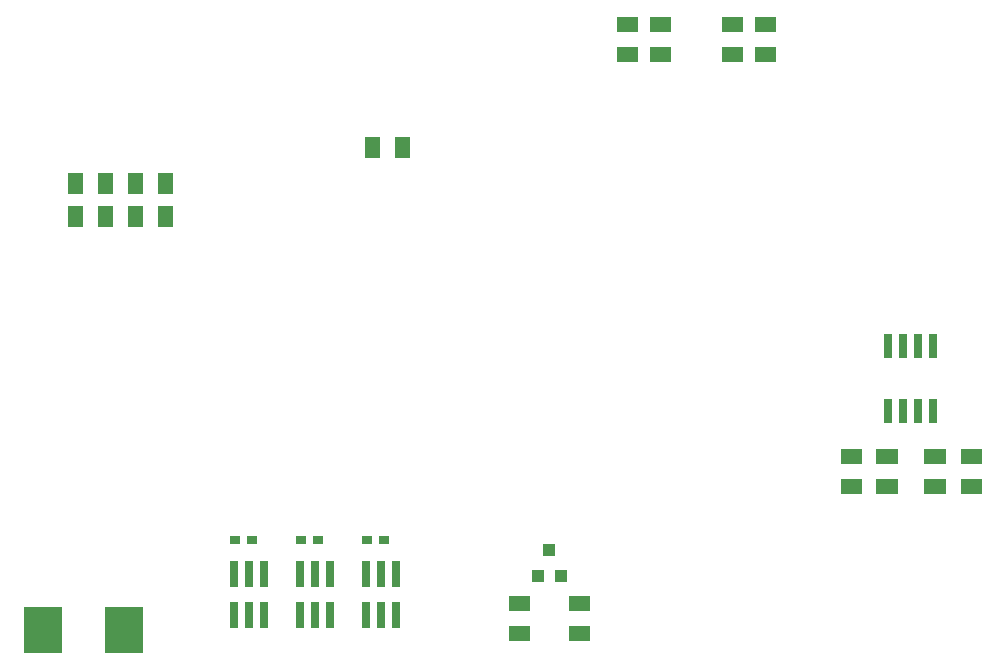
<source format=gbp>
G04 #@! TF.GenerationSoftware,KiCad,Pcbnew,(5.1.6)-1*
G04 #@! TF.CreationDate,2022-03-27T18:43:43+02:00*
G04 #@! TF.ProjectId,signalization_by_fireplace,7369676e-616c-4697-9a61-74696f6e5f62,rev?*
G04 #@! TF.SameCoordinates,Original*
G04 #@! TF.FileFunction,Paste,Bot*
G04 #@! TF.FilePolarity,Positive*
%FSLAX46Y46*%
G04 Gerber Fmt 4.6, Leading zero omitted, Abs format (unit mm)*
G04 Created by KiCad (PCBNEW (5.1.6)-1) date 2022-03-27 18:43:43*
%MOMM*%
%LPD*%
G01*
G04 APERTURE LIST*
%ADD10R,3.300000X4.000000*%
%ADD11R,0.900000X0.800000*%
%ADD12R,0.800000X2.000000*%
%ADD13C,0.100000*%
%ADD14R,1.000000X1.000000*%
%ADD15R,0.800000X2.200000*%
G04 APERTURE END LIST*
D10*
X163160500Y-151892000D03*
X169960500Y-151892000D03*
D11*
X191987000Y-144272000D03*
X190537000Y-144272000D03*
X186399000Y-144272000D03*
X184949000Y-144272000D03*
X180811000Y-144272000D03*
X179361000Y-144272000D03*
D12*
X237236000Y-133316000D03*
X235966000Y-127796000D03*
X237236000Y-127796000D03*
X238506000Y-133316000D03*
X234696000Y-127796000D03*
X238506000Y-127796000D03*
X235966000Y-133316000D03*
X234696000Y-133316000D03*
D13*
G36*
X209434000Y-152796000D02*
G01*
X207634000Y-152796000D01*
X207634000Y-151496000D01*
X209434000Y-151496000D01*
X209434000Y-152796000D01*
G37*
G36*
X209434000Y-150256000D02*
G01*
X207634000Y-150256000D01*
X207634000Y-148956000D01*
X209434000Y-148956000D01*
X209434000Y-150256000D01*
G37*
G36*
X171592000Y-113146000D02*
G01*
X171592000Y-114946000D01*
X170292000Y-114946000D01*
X170292000Y-113146000D01*
X171592000Y-113146000D01*
G37*
G36*
X174132000Y-113146000D02*
G01*
X174132000Y-114946000D01*
X172832000Y-114946000D01*
X172832000Y-113146000D01*
X174132000Y-113146000D01*
G37*
G36*
X172832000Y-117740000D02*
G01*
X172832000Y-115940000D01*
X174132000Y-115940000D01*
X174132000Y-117740000D01*
X172832000Y-117740000D01*
G37*
G36*
X170292000Y-117740000D02*
G01*
X170292000Y-115940000D01*
X171592000Y-115940000D01*
X171592000Y-117740000D01*
X170292000Y-117740000D01*
G37*
G36*
X167752000Y-114946000D02*
G01*
X167752000Y-113146000D01*
X169052000Y-113146000D01*
X169052000Y-114946000D01*
X167752000Y-114946000D01*
G37*
G36*
X165212000Y-114946000D02*
G01*
X165212000Y-113146000D01*
X166512000Y-113146000D01*
X166512000Y-114946000D01*
X165212000Y-114946000D01*
G37*
G36*
X167752000Y-117740000D02*
G01*
X167752000Y-115940000D01*
X169052000Y-115940000D01*
X169052000Y-117740000D01*
X167752000Y-117740000D01*
G37*
G36*
X165212000Y-117740000D02*
G01*
X165212000Y-115940000D01*
X166512000Y-115940000D01*
X166512000Y-117740000D01*
X165212000Y-117740000D01*
G37*
G36*
X232484500Y-137810000D02*
G01*
X230684500Y-137810000D01*
X230684500Y-136510000D01*
X232484500Y-136510000D01*
X232484500Y-137810000D01*
G37*
G36*
X232484500Y-140350000D02*
G01*
X230684500Y-140350000D01*
X230684500Y-139050000D01*
X232484500Y-139050000D01*
X232484500Y-140350000D01*
G37*
G36*
X235469000Y-137810000D02*
G01*
X233669000Y-137810000D01*
X233669000Y-136510000D01*
X235469000Y-136510000D01*
X235469000Y-137810000D01*
G37*
G36*
X235469000Y-140350000D02*
G01*
X233669000Y-140350000D01*
X233669000Y-139050000D01*
X235469000Y-139050000D01*
X235469000Y-140350000D01*
G37*
G36*
X242644500Y-137810000D02*
G01*
X240844500Y-137810000D01*
X240844500Y-136510000D01*
X242644500Y-136510000D01*
X242644500Y-137810000D01*
G37*
G36*
X242644500Y-140350000D02*
G01*
X240844500Y-140350000D01*
X240844500Y-139050000D01*
X242644500Y-139050000D01*
X242644500Y-140350000D01*
G37*
G36*
X239533000Y-137810000D02*
G01*
X237733000Y-137810000D01*
X237733000Y-136510000D01*
X239533000Y-136510000D01*
X239533000Y-137810000D01*
G37*
G36*
X239533000Y-140350000D02*
G01*
X237733000Y-140350000D01*
X237733000Y-139050000D01*
X239533000Y-139050000D01*
X239533000Y-140350000D01*
G37*
G36*
X204354000Y-152796000D02*
G01*
X202554000Y-152796000D01*
X202554000Y-151496000D01*
X204354000Y-151496000D01*
X204354000Y-152796000D01*
G37*
G36*
X204354000Y-150256000D02*
G01*
X202554000Y-150256000D01*
X202554000Y-148956000D01*
X204354000Y-148956000D01*
X204354000Y-150256000D01*
G37*
D14*
X205994000Y-145104000D03*
X205044000Y-147304000D03*
X206944000Y-147304000D03*
D15*
X191770000Y-147116800D03*
X193040000Y-147116800D03*
X190500000Y-147116800D03*
X193040000Y-150571200D03*
X191770000Y-150571200D03*
X190500000Y-150571200D03*
X186182000Y-147116800D03*
X187452000Y-147116800D03*
X184912000Y-147116800D03*
X187452000Y-150571200D03*
X186182000Y-150571200D03*
X184912000Y-150571200D03*
X180594000Y-147116800D03*
X181864000Y-147116800D03*
X179324000Y-147116800D03*
X181864000Y-150571200D03*
X180594000Y-150571200D03*
X179324000Y-150571200D03*
D13*
G36*
X191658000Y-110098000D02*
G01*
X191658000Y-111898000D01*
X190358000Y-111898000D01*
X190358000Y-110098000D01*
X191658000Y-110098000D01*
G37*
G36*
X194198000Y-110098000D02*
G01*
X194198000Y-111898000D01*
X192898000Y-111898000D01*
X192898000Y-110098000D01*
X194198000Y-110098000D01*
G37*
G36*
X223382000Y-102474000D02*
G01*
X225182000Y-102474000D01*
X225182000Y-103774000D01*
X223382000Y-103774000D01*
X223382000Y-102474000D01*
G37*
G36*
X223382000Y-99934000D02*
G01*
X225182000Y-99934000D01*
X225182000Y-101234000D01*
X223382000Y-101234000D01*
X223382000Y-99934000D01*
G37*
G36*
X220588000Y-102474000D02*
G01*
X222388000Y-102474000D01*
X222388000Y-103774000D01*
X220588000Y-103774000D01*
X220588000Y-102474000D01*
G37*
G36*
X220588000Y-99934000D02*
G01*
X222388000Y-99934000D01*
X222388000Y-101234000D01*
X220588000Y-101234000D01*
X220588000Y-99934000D01*
G37*
G36*
X211698000Y-102474000D02*
G01*
X213498000Y-102474000D01*
X213498000Y-103774000D01*
X211698000Y-103774000D01*
X211698000Y-102474000D01*
G37*
G36*
X211698000Y-99934000D02*
G01*
X213498000Y-99934000D01*
X213498000Y-101234000D01*
X211698000Y-101234000D01*
X211698000Y-99934000D01*
G37*
G36*
X214492000Y-102474000D02*
G01*
X216292000Y-102474000D01*
X216292000Y-103774000D01*
X214492000Y-103774000D01*
X214492000Y-102474000D01*
G37*
G36*
X214492000Y-99934000D02*
G01*
X216292000Y-99934000D01*
X216292000Y-101234000D01*
X214492000Y-101234000D01*
X214492000Y-99934000D01*
G37*
M02*

</source>
